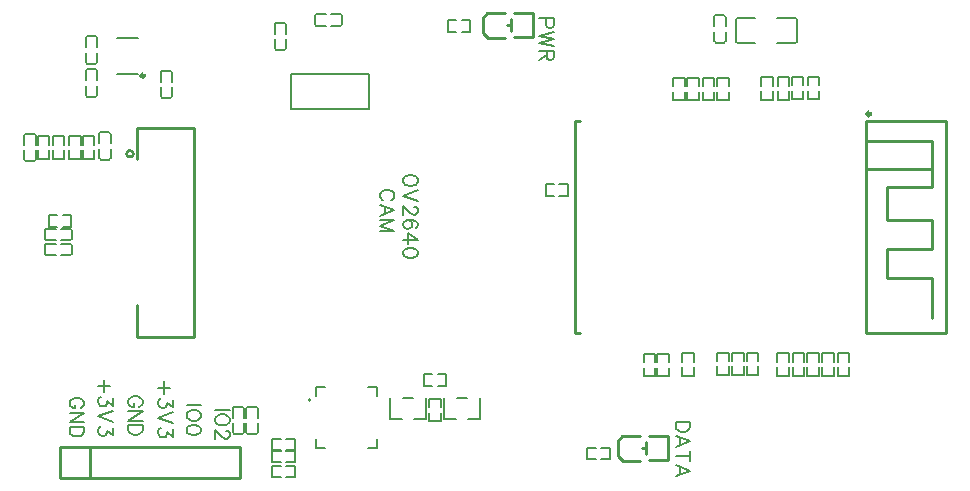
<source format=gto>
G04 Layer: TopSilkscreenLayer*
G04 EasyEDA v6.5.23, 2023-05-27 11:47:03*
G04 dba0e08a7a4f4acbaa45d03accf02bcc,0a61cb7f7b51421fbede6d33e3e5ec82,10*
G04 Gerber Generator version 0.2*
G04 Scale: 100 percent, Rotated: No, Reflected: No *
G04 Dimensions in inches *
G04 leading zeros omitted , absolute positions ,3 integer and 6 decimal *
%FSLAX36Y36*%
%MOIN*%

%ADD10C,0.0080*%
%ADD11C,0.0060*%
%ADD12C,0.0100*%
%ADD13C,0.0118*%
%ADD14C,0.0059*%
%ADD15C,0.0119*%

%LPD*%
D10*
X2210500Y2640000D02*
G01*
X2162700Y2640000D01*
X2210500Y2640000D02*
G01*
X2210500Y2619499D01*
X2208199Y2612700D01*
X2205900Y2610500D01*
X2201400Y2608200D01*
X2194499Y2608200D01*
X2190000Y2610500D01*
X2187700Y2612700D01*
X2185500Y2619499D01*
X2185500Y2640000D01*
X2210500Y2593200D02*
G01*
X2162700Y2581799D01*
X2210500Y2570500D02*
G01*
X2162700Y2581799D01*
X2210500Y2570500D02*
G01*
X2162700Y2559099D01*
X2210500Y2547700D02*
G01*
X2162700Y2559099D01*
X2210500Y2532700D02*
G01*
X2162700Y2532700D01*
X2210500Y2532700D02*
G01*
X2210500Y2512300D01*
X2208199Y2505500D01*
X2205900Y2503200D01*
X2201400Y2500900D01*
X2196800Y2500900D01*
X2192299Y2503200D01*
X2190000Y2505500D01*
X2187700Y2512300D01*
X2187700Y2532700D01*
X2187700Y2516799D02*
G01*
X2162700Y2500900D01*
X2665500Y1295034D02*
G01*
X2617700Y1295034D01*
X2665500Y1295034D02*
G01*
X2665500Y1279135D01*
X2663199Y1272235D01*
X2658599Y1267734D01*
X2654099Y1265435D01*
X2647299Y1263135D01*
X2635900Y1263135D01*
X2629099Y1265435D01*
X2624499Y1267734D01*
X2620000Y1272235D01*
X2617700Y1279135D01*
X2617700Y1295034D01*
X2665500Y1230034D02*
G01*
X2617700Y1248135D01*
X2665500Y1230034D02*
G01*
X2617700Y1211835D01*
X2633599Y1241334D02*
G01*
X2633599Y1218634D01*
X2665500Y1180934D02*
G01*
X2617700Y1180934D01*
X2665500Y1196835D02*
G01*
X2665500Y1165034D01*
X2665500Y1131835D02*
G01*
X2617700Y1150034D01*
X2665500Y1131835D02*
G01*
X2617700Y1113634D01*
X2633599Y1143135D02*
G01*
X2633599Y1120435D01*
X634099Y1340900D02*
G01*
X638600Y1343200D01*
X643200Y1347699D01*
X645500Y1352300D01*
X645500Y1361399D01*
X643200Y1365900D01*
X638600Y1370500D01*
X634099Y1372699D01*
X627300Y1375000D01*
X615900Y1375000D01*
X609099Y1372699D01*
X604499Y1370500D01*
X600000Y1365900D01*
X597699Y1361399D01*
X597699Y1352300D01*
X600000Y1347699D01*
X604499Y1343200D01*
X609099Y1340900D01*
X615900Y1340900D01*
X615900Y1352300D02*
G01*
X615900Y1340900D01*
X645500Y1325900D02*
G01*
X597699Y1325900D01*
X645500Y1325900D02*
G01*
X597699Y1294099D01*
X645500Y1294099D02*
G01*
X597699Y1294099D01*
X645500Y1279099D02*
G01*
X597699Y1279099D01*
X645500Y1279099D02*
G01*
X645500Y1263200D01*
X643200Y1256399D01*
X638600Y1251799D01*
X634099Y1249499D01*
X627300Y1247300D01*
X615900Y1247300D01*
X609099Y1249499D01*
X604499Y1251799D01*
X600000Y1256399D01*
X597699Y1263200D01*
X597699Y1279099D01*
X733600Y1414499D02*
G01*
X692699Y1414499D01*
X713200Y1435000D02*
G01*
X713200Y1394099D01*
X740500Y1374499D02*
G01*
X740500Y1349499D01*
X722300Y1363200D01*
X722300Y1356399D01*
X720000Y1351799D01*
X717699Y1349499D01*
X710900Y1347300D01*
X706399Y1347300D01*
X699499Y1349499D01*
X695000Y1354099D01*
X692699Y1360900D01*
X692699Y1367699D01*
X695000Y1374499D01*
X697300Y1376799D01*
X701799Y1379099D01*
X740500Y1332300D02*
G01*
X692699Y1314099D01*
X740500Y1295900D02*
G01*
X692699Y1314099D01*
X740500Y1276399D02*
G01*
X740500Y1251399D01*
X722300Y1265000D01*
X722300Y1258200D01*
X720000Y1253600D01*
X717699Y1251399D01*
X710900Y1249099D01*
X706399Y1249099D01*
X699499Y1251399D01*
X695000Y1255900D01*
X692699Y1262699D01*
X692699Y1269499D01*
X695000Y1276399D01*
X697300Y1278600D01*
X701799Y1280900D01*
X829099Y1345900D02*
G01*
X833599Y1348200D01*
X838199Y1352699D01*
X840500Y1357300D01*
X840500Y1366399D01*
X838199Y1370900D01*
X833599Y1375500D01*
X829099Y1377699D01*
X822299Y1380000D01*
X810900Y1380000D01*
X804099Y1377699D01*
X799499Y1375500D01*
X795000Y1370900D01*
X792700Y1366399D01*
X792700Y1357300D01*
X795000Y1352699D01*
X799499Y1348200D01*
X804099Y1345900D01*
X810900Y1345900D01*
X810900Y1357300D02*
G01*
X810900Y1345900D01*
X840500Y1330900D02*
G01*
X792700Y1330900D01*
X840500Y1330900D02*
G01*
X792700Y1299099D01*
X840500Y1299099D02*
G01*
X792700Y1299099D01*
X840500Y1284099D02*
G01*
X792700Y1284099D01*
X840500Y1284099D02*
G01*
X840500Y1268200D01*
X838199Y1261399D01*
X833599Y1256799D01*
X829099Y1254499D01*
X822299Y1252300D01*
X810900Y1252300D01*
X804099Y1254499D01*
X799499Y1256799D01*
X795000Y1261399D01*
X792700Y1268200D01*
X792700Y1284099D01*
X933599Y1409499D02*
G01*
X892700Y1409499D01*
X913199Y1430000D02*
G01*
X913199Y1389099D01*
X940500Y1369499D02*
G01*
X940500Y1344499D01*
X922299Y1358200D01*
X922299Y1351399D01*
X920000Y1346799D01*
X917700Y1344499D01*
X910900Y1342300D01*
X906400Y1342300D01*
X899499Y1344499D01*
X895000Y1349099D01*
X892700Y1355900D01*
X892700Y1362699D01*
X895000Y1369499D01*
X897299Y1371799D01*
X901800Y1374099D01*
X940500Y1327300D02*
G01*
X892700Y1309099D01*
X940500Y1290900D02*
G01*
X892700Y1309099D01*
X940500Y1271399D02*
G01*
X940500Y1246399D01*
X922299Y1260000D01*
X922299Y1253200D01*
X920000Y1248600D01*
X917700Y1246399D01*
X910900Y1244099D01*
X906400Y1244099D01*
X899499Y1246399D01*
X895000Y1250900D01*
X892700Y1257699D01*
X892700Y1264499D01*
X895000Y1271399D01*
X897299Y1273600D01*
X901800Y1275900D01*
X1035500Y1350000D02*
G01*
X987700Y1350000D01*
X1035500Y1321399D02*
G01*
X1033199Y1325900D01*
X1028599Y1330500D01*
X1024099Y1332699D01*
X1017299Y1335000D01*
X1005900Y1335000D01*
X999099Y1332699D01*
X994499Y1330500D01*
X990000Y1325900D01*
X987700Y1321399D01*
X987700Y1312300D01*
X990000Y1307699D01*
X994499Y1303200D01*
X999099Y1300900D01*
X1005900Y1298600D01*
X1017299Y1298600D01*
X1024099Y1300900D01*
X1028599Y1303200D01*
X1033199Y1307699D01*
X1035500Y1312300D01*
X1035500Y1321399D01*
X1035500Y1270000D02*
G01*
X1033199Y1276799D01*
X1026400Y1281399D01*
X1015000Y1283600D01*
X1008199Y1283600D01*
X996800Y1281399D01*
X990000Y1276799D01*
X987700Y1270000D01*
X987700Y1265500D01*
X990000Y1258600D01*
X996800Y1254099D01*
X1008199Y1251799D01*
X1015000Y1251799D01*
X1026400Y1254099D01*
X1033199Y1258600D01*
X1035500Y1265500D01*
X1035500Y1270000D01*
X1130500Y1335000D02*
G01*
X1082700Y1335000D01*
X1130500Y1306399D02*
G01*
X1128199Y1310900D01*
X1123599Y1315500D01*
X1119099Y1317699D01*
X1112299Y1320000D01*
X1100900Y1320000D01*
X1094099Y1317699D01*
X1089499Y1315500D01*
X1085000Y1310900D01*
X1082700Y1306399D01*
X1082700Y1297300D01*
X1085000Y1292699D01*
X1089499Y1288200D01*
X1094099Y1285900D01*
X1100900Y1283600D01*
X1112299Y1283600D01*
X1119099Y1285900D01*
X1123599Y1288200D01*
X1128199Y1292699D01*
X1130500Y1297300D01*
X1130500Y1306399D01*
X1119099Y1266399D02*
G01*
X1121400Y1266399D01*
X1125900Y1264099D01*
X1128199Y1261799D01*
X1130500Y1257300D01*
X1130500Y1248200D01*
X1128199Y1243600D01*
X1125900Y1241399D01*
X1121400Y1239099D01*
X1116800Y1239099D01*
X1112299Y1241399D01*
X1105500Y1245900D01*
X1082700Y1268600D01*
X1082700Y1236799D01*
X1757500Y2104400D02*
G01*
X1755200Y2108899D01*
X1750600Y2113499D01*
X1746099Y2115700D01*
X1739300Y2118000D01*
X1727899Y2118000D01*
X1721099Y2115700D01*
X1716499Y2113499D01*
X1711999Y2108899D01*
X1709700Y2104400D01*
X1709700Y2095300D01*
X1711999Y2090700D01*
X1716499Y2086199D01*
X1721099Y2083899D01*
X1727899Y2081599D01*
X1739300Y2081599D01*
X1746099Y2083899D01*
X1750600Y2086199D01*
X1755200Y2090700D01*
X1757500Y2095300D01*
X1757500Y2104400D01*
X1757500Y2066599D02*
G01*
X1709700Y2048499D01*
X1757500Y2030300D02*
G01*
X1709700Y2048499D01*
X1746099Y2013000D02*
G01*
X1748400Y2013000D01*
X1752899Y2010700D01*
X1755200Y2008499D01*
X1757500Y2003899D01*
X1757500Y1994800D01*
X1755200Y1990300D01*
X1752899Y1988000D01*
X1748400Y1985700D01*
X1743800Y1985700D01*
X1739300Y1988000D01*
X1732500Y1992500D01*
X1709700Y2015300D01*
X1709700Y1983499D01*
X1750600Y1941199D02*
G01*
X1755200Y1943499D01*
X1757500Y1950300D01*
X1757500Y1954800D01*
X1755200Y1961599D01*
X1748400Y1966199D01*
X1736999Y1968499D01*
X1725600Y1968499D01*
X1716499Y1966199D01*
X1711999Y1961599D01*
X1709700Y1954800D01*
X1709700Y1952500D01*
X1711999Y1945700D01*
X1716499Y1941199D01*
X1723400Y1938899D01*
X1725600Y1938899D01*
X1732500Y1941199D01*
X1736999Y1945700D01*
X1739300Y1952500D01*
X1739300Y1954800D01*
X1736999Y1961599D01*
X1732500Y1966199D01*
X1725600Y1968499D01*
X1757500Y1901199D02*
G01*
X1725600Y1923899D01*
X1725600Y1889800D01*
X1757500Y1901199D02*
G01*
X1709700Y1901199D01*
X1757500Y1861199D02*
G01*
X1755200Y1868000D01*
X1748400Y1872500D01*
X1736999Y1874800D01*
X1730200Y1874800D01*
X1718800Y1872500D01*
X1711999Y1868000D01*
X1709700Y1861199D01*
X1709700Y1856599D01*
X1711999Y1849800D01*
X1718800Y1845300D01*
X1730200Y1843000D01*
X1736999Y1843000D01*
X1748400Y1845300D01*
X1755200Y1849800D01*
X1757500Y1856599D01*
X1757500Y1861199D01*
X1668100Y2033899D02*
G01*
X1672600Y2036199D01*
X1677200Y2040700D01*
X1679499Y2045300D01*
X1679499Y2054400D01*
X1677200Y2058899D01*
X1672600Y2063499D01*
X1668100Y2065700D01*
X1661300Y2068000D01*
X1649899Y2068000D01*
X1643100Y2065700D01*
X1638500Y2063499D01*
X1633999Y2058899D01*
X1631700Y2054400D01*
X1631700Y2045300D01*
X1633999Y2040700D01*
X1638500Y2036199D01*
X1643100Y2033899D01*
X1679499Y2000700D02*
G01*
X1631700Y2018899D01*
X1679499Y2000700D02*
G01*
X1631700Y1982500D01*
X1647600Y2012100D02*
G01*
X1647600Y1989400D01*
X1679499Y1967500D02*
G01*
X1631700Y1967500D01*
X1679499Y1967500D02*
G01*
X1631700Y1949400D01*
X1679499Y1931199D02*
G01*
X1631700Y1949400D01*
X1679499Y1931199D02*
G01*
X1631700Y1931199D01*
D11*
X2794629Y2396093D02*
G01*
X2794629Y2367824D01*
X2755370Y2367824D01*
X2755370Y2396093D01*
X2794629Y2413906D02*
G01*
X2794629Y2442175D01*
X2755370Y2442175D01*
X2755370Y2413906D01*
X2648630Y2396093D02*
G01*
X2648630Y2367824D01*
X2609369Y2367824D01*
X2609369Y2396093D01*
X2648630Y2413906D02*
G01*
X2648630Y2442175D01*
X2609369Y2442175D01*
X2609369Y2413906D01*
X2746629Y2396093D02*
G01*
X2746629Y2367824D01*
X2707370Y2367824D01*
X2707370Y2396093D01*
X2746629Y2413906D02*
G01*
X2746629Y2442175D01*
X2707370Y2442175D01*
X2707370Y2413906D01*
X2695630Y2396093D02*
G01*
X2695630Y2367824D01*
X2656369Y2367824D01*
X2656369Y2396093D01*
X2695630Y2413906D02*
G01*
X2695630Y2442175D01*
X2656369Y2442175D01*
X2656369Y2413906D01*
D12*
X822178Y2173092D02*
G01*
X822178Y2275453D01*
X1011154Y2275453D01*
X1011154Y1582539D01*
X1011154Y1578881D02*
G01*
X822178Y1578881D01*
X822178Y1684902D01*
X2079449Y2576950D02*
G01*
X2140450Y2576950D01*
X2140450Y2656950D01*
X2079449Y2656950D01*
X2048450Y2575949D02*
G01*
X1990450Y2575949D01*
X1974449Y2591950D01*
X1974449Y2641950D01*
X1989449Y2656950D01*
X2049449Y2656950D01*
X2069873Y2636685D02*
G01*
X2069873Y2597305D01*
X2065940Y2616999D02*
G01*
X2055349Y2616999D01*
X2529449Y1166950D02*
G01*
X2590450Y1166950D01*
X2590450Y1246950D01*
X2529449Y1246950D01*
X2498450Y1165949D02*
G01*
X2440450Y1165949D01*
X2424449Y1181950D01*
X2424449Y1231950D01*
X2439449Y1246950D01*
X2499449Y1246950D01*
X2519874Y1226685D02*
G01*
X2519874Y1187305D01*
X2515940Y1206999D02*
G01*
X2505349Y1206999D01*
D11*
X1886094Y2595369D02*
G01*
X1857825Y2595369D01*
X1857825Y2634630D01*
X1886094Y2634630D01*
X1903905Y2595369D02*
G01*
X1932174Y2595369D01*
X1932174Y2634630D01*
X1903905Y2634630D01*
X2351094Y1170369D02*
G01*
X2322825Y1170369D01*
X2322825Y1209630D01*
X2351094Y1209630D01*
X2368905Y1170369D02*
G01*
X2397174Y1170369D01*
X2397174Y1209630D01*
X2368905Y1209630D01*
X1224629Y1340012D02*
G01*
X1224629Y1308906D01*
X1185370Y1291093D02*
G01*
X1185370Y1259987D01*
X1224629Y1259987D02*
G01*
X1224629Y1291093D01*
X1191369Y1253987D02*
G01*
X1218630Y1253987D01*
X1185370Y1308906D02*
G01*
X1185370Y1340012D01*
X1191369Y1346012D02*
G01*
X1218630Y1346012D01*
X519987Y1939630D02*
G01*
X551093Y1939630D01*
X568906Y1900369D02*
G01*
X600012Y1900369D01*
X600012Y1939630D02*
G01*
X568906Y1939630D01*
X606012Y1906370D02*
G01*
X606012Y1933629D01*
X551093Y1900369D02*
G01*
X519987Y1900369D01*
X513987Y1906370D02*
G01*
X513987Y1933629D01*
X484630Y2250012D02*
G01*
X484630Y2218906D01*
X445369Y2201093D02*
G01*
X445369Y2169987D01*
X484630Y2169987D02*
G01*
X484630Y2201093D01*
X451370Y2163987D02*
G01*
X478629Y2163987D01*
X445369Y2218906D02*
G01*
X445369Y2250012D01*
X451370Y2256012D02*
G01*
X478629Y2256012D01*
X2745370Y2564987D02*
G01*
X2745370Y2596093D01*
X2784629Y2613906D02*
G01*
X2784629Y2645012D01*
X2745370Y2645012D02*
G01*
X2745370Y2613906D01*
X2778630Y2651012D02*
G01*
X2751369Y2651012D01*
X2784629Y2596093D02*
G01*
X2784629Y2564987D01*
X2778630Y2558987D02*
G01*
X2751369Y2558987D01*
X1319629Y2539987D02*
G01*
X1319629Y2571093D01*
X1280370Y2571093D02*
G01*
X1280370Y2539987D01*
X1286369Y2533987D02*
G01*
X1313630Y2533987D01*
X1319629Y2620012D02*
G01*
X1319629Y2588906D01*
X1280370Y2588906D02*
G01*
X1280370Y2620012D01*
X1286369Y2626012D02*
G01*
X1313630Y2626012D01*
X1419988Y2615369D02*
G01*
X1451094Y2615369D01*
X1451094Y2654630D02*
G01*
X1419988Y2654630D01*
X1413987Y2648629D02*
G01*
X1413987Y2621370D01*
X1500011Y2615369D02*
G01*
X1468905Y2615369D01*
X1468905Y2654630D02*
G01*
X1500011Y2654630D01*
X1506012Y2648629D02*
G01*
X1506012Y2621370D01*
X1179629Y1259987D02*
G01*
X1179629Y1291093D01*
X1140370Y1291093D02*
G01*
X1140370Y1259987D01*
X1146369Y1253987D02*
G01*
X1173630Y1253987D01*
X1179629Y1340012D02*
G01*
X1179629Y1308906D01*
X1140370Y1308906D02*
G01*
X1140370Y1340012D01*
X1146369Y1346012D02*
G01*
X1173630Y1346012D01*
X689630Y2384987D02*
G01*
X689630Y2416093D01*
X650369Y2416093D02*
G01*
X650369Y2384987D01*
X656370Y2378987D02*
G01*
X683629Y2378987D01*
X689630Y2465012D02*
G01*
X689630Y2433906D01*
X650369Y2433906D02*
G01*
X650369Y2465012D01*
X656370Y2471012D02*
G01*
X683629Y2471012D01*
X650369Y2575012D02*
G01*
X650369Y2543906D01*
X689630Y2543906D02*
G01*
X689630Y2575012D01*
X683629Y2581012D02*
G01*
X656370Y2581012D01*
X650369Y2494987D02*
G01*
X650369Y2526093D01*
X689630Y2526093D02*
G01*
X689630Y2494987D01*
X683629Y2488987D02*
G01*
X656370Y2488987D01*
X900370Y2460012D02*
G01*
X900370Y2428906D01*
X939629Y2428906D02*
G01*
X939629Y2460012D01*
X933630Y2466012D02*
G01*
X906369Y2466012D01*
X900370Y2379987D02*
G01*
X900370Y2411093D01*
X939629Y2411093D02*
G01*
X939629Y2379987D01*
X933630Y2373987D02*
G01*
X906369Y2373987D01*
X734630Y2174987D02*
G01*
X734630Y2206093D01*
X695369Y2206093D02*
G01*
X695369Y2174987D01*
X701370Y2168987D02*
G01*
X728629Y2168987D01*
X734630Y2255012D02*
G01*
X734630Y2223906D01*
X695369Y2223906D02*
G01*
X695369Y2255012D01*
X701370Y2261012D02*
G01*
X728629Y2261012D01*
X600012Y1889630D02*
G01*
X568906Y1889630D01*
X568906Y1850369D02*
G01*
X600012Y1850369D01*
X606012Y1856370D02*
G01*
X606012Y1883629D01*
X519987Y1889630D02*
G01*
X551093Y1889630D01*
X551093Y1850369D02*
G01*
X519987Y1850369D01*
X513987Y1856370D02*
G01*
X513987Y1883629D01*
X3014929Y2643015D02*
G01*
X2956464Y2643015D01*
X2956464Y2556984D02*
G01*
X3014929Y2556984D01*
X3020928Y2562984D02*
G01*
X3020928Y2637015D01*
X2825070Y2643015D02*
G01*
X2883535Y2643015D01*
X2883535Y2556984D02*
G01*
X2825070Y2556984D01*
X2819071Y2562984D02*
G01*
X2819071Y2637015D01*
D12*
X565787Y1211181D02*
G01*
X1166180Y1211181D01*
X1166180Y1108818D01*
X565787Y1108818D01*
X565787Y1211181D01*
X665925Y1210000D02*
G01*
X665925Y1110000D01*
D11*
X1664520Y1374490D02*
G01*
X1664520Y1305498D01*
X1705528Y1305498D01*
X1785479Y1374490D02*
G01*
X1785479Y1305498D01*
X1744471Y1305498D01*
X1707070Y1374490D02*
G01*
X1742929Y1374490D01*
X1844520Y1374490D02*
G01*
X1844520Y1305498D01*
X1885528Y1305498D01*
X1965479Y1374490D02*
G01*
X1965479Y1305498D01*
X1924471Y1305498D01*
X1887070Y1374490D02*
G01*
X1922929Y1374490D01*
X1318905Y1149630D02*
G01*
X1347174Y1149630D01*
X1347174Y1110369D01*
X1318905Y1110369D01*
X1301094Y1149630D02*
G01*
X1272825Y1149630D01*
X1272825Y1110369D01*
X1301094Y1110369D01*
X1301094Y1200369D02*
G01*
X1272825Y1200369D01*
X1272825Y1239630D01*
X1301094Y1239630D01*
X1318905Y1200369D02*
G01*
X1347174Y1200369D01*
X1347174Y1239630D01*
X1318905Y1239630D01*
X1301094Y1160369D02*
G01*
X1272825Y1160369D01*
X1272825Y1199630D01*
X1301094Y1199630D01*
X1318905Y1160369D02*
G01*
X1347174Y1160369D01*
X1347174Y1199630D01*
X1318905Y1199630D01*
X3055370Y1494906D02*
G01*
X3055370Y1523175D01*
X3094629Y1523175D01*
X3094629Y1494906D01*
X3055370Y1477094D02*
G01*
X3055370Y1448825D01*
X3094629Y1448825D01*
X3094629Y1477094D01*
X3007370Y1494906D02*
G01*
X3007370Y1523175D01*
X3046629Y1523175D01*
X3046629Y1494906D01*
X3007370Y1477094D02*
G01*
X3007370Y1448825D01*
X3046629Y1448825D01*
X3046629Y1477094D01*
X1823905Y1454630D02*
G01*
X1852174Y1454630D01*
X1852174Y1415369D01*
X1823905Y1415369D01*
X1806094Y1454630D02*
G01*
X1777825Y1454630D01*
X1777825Y1415369D01*
X1806094Y1415369D01*
X1835630Y1326093D02*
G01*
X1835630Y1297824D01*
X1796369Y1297824D01*
X1796369Y1326093D01*
X1835630Y1343906D02*
G01*
X1835630Y1372175D01*
X1796369Y1372175D01*
X1796369Y1343906D01*
X2229906Y2087629D02*
G01*
X2258175Y2087629D01*
X2258175Y2048370D01*
X2229906Y2048370D01*
X2212093Y2087629D02*
G01*
X2183824Y2087629D01*
X2183824Y2048370D01*
X2212093Y2048370D01*
X3157370Y1494906D02*
G01*
X3157370Y1523175D01*
X3196629Y1523175D01*
X3196629Y1494906D01*
X3157370Y1477094D02*
G01*
X3157370Y1448825D01*
X3196629Y1448825D01*
X3196629Y1477094D01*
X2638370Y1494906D02*
G01*
X2638370Y1523175D01*
X2677629Y1523175D01*
X2677629Y1494906D01*
X2638370Y1477094D02*
G01*
X2638370Y1448825D01*
X2677629Y1448825D01*
X2677629Y1477094D01*
X3106369Y1495906D02*
G01*
X3106369Y1524175D01*
X3145630Y1524175D01*
X3145630Y1495906D01*
X3106369Y1478094D02*
G01*
X3106369Y1449825D01*
X3145630Y1449825D01*
X3145630Y1478094D01*
X2956369Y1494906D02*
G01*
X2956369Y1523175D01*
X2995630Y1523175D01*
X2995630Y1494906D01*
X2956369Y1477094D02*
G01*
X2956369Y1448825D01*
X2995630Y1448825D01*
X2995630Y1477094D01*
X2755370Y1497905D02*
G01*
X2755370Y1526174D01*
X2794629Y1526174D01*
X2794629Y1497905D01*
X2755370Y1480093D02*
G01*
X2755370Y1451824D01*
X2794629Y1451824D01*
X2794629Y1480093D01*
X3096629Y2399094D02*
G01*
X3096629Y2370825D01*
X3057370Y2370825D01*
X3057370Y2399094D01*
X3096629Y2416905D02*
G01*
X3096629Y2445174D01*
X3057370Y2445174D01*
X3057370Y2416905D01*
X3043630Y2399094D02*
G01*
X3043630Y2370825D01*
X3004369Y2370825D01*
X3004369Y2399094D01*
X3043630Y2416905D02*
G01*
X3043630Y2445174D01*
X3004369Y2445174D01*
X3004369Y2416905D01*
X2996629Y2398094D02*
G01*
X2996629Y2369825D01*
X2957370Y2369825D01*
X2957370Y2398094D01*
X2996629Y2415906D02*
G01*
X2996629Y2444175D01*
X2957370Y2444175D01*
X2957370Y2415906D01*
X2942629Y2397094D02*
G01*
X2942629Y2368825D01*
X2903370Y2368825D01*
X2903370Y2397094D01*
X2942629Y2414906D02*
G01*
X2942629Y2443175D01*
X2903370Y2443175D01*
X2903370Y2414906D01*
X2805370Y1497905D02*
G01*
X2805370Y1526174D01*
X2844629Y1526174D01*
X2844629Y1497905D01*
X2805370Y1480093D02*
G01*
X2805370Y1451824D01*
X2844629Y1451824D01*
X2844629Y1480093D01*
X2854369Y1497905D02*
G01*
X2854369Y1526174D01*
X2893630Y1526174D01*
X2893630Y1497905D01*
X2854369Y1480093D02*
G01*
X2854369Y1451824D01*
X2893630Y1451824D01*
X2893630Y1480093D01*
X556093Y1945369D02*
G01*
X527824Y1945369D01*
X527824Y1984630D01*
X556093Y1984630D01*
X573906Y1945369D02*
G01*
X602175Y1945369D01*
X602175Y1984630D01*
X573906Y1984630D01*
X640369Y2218906D02*
G01*
X640369Y2247175D01*
X679630Y2247175D01*
X679630Y2218906D01*
X640369Y2201093D02*
G01*
X640369Y2172824D01*
X679630Y2172824D01*
X679630Y2201093D01*
X540369Y2218906D02*
G01*
X540369Y2247175D01*
X579630Y2247175D01*
X579630Y2218906D01*
X540369Y2201093D02*
G01*
X540369Y2172824D01*
X579630Y2172824D01*
X579630Y2201093D01*
X595369Y2218906D02*
G01*
X595369Y2247175D01*
X634630Y2247175D01*
X634630Y2218906D01*
X595369Y2201093D02*
G01*
X595369Y2172824D01*
X634630Y2172824D01*
X634630Y2201093D01*
X490369Y2218906D02*
G01*
X490369Y2247175D01*
X529630Y2247175D01*
X529630Y2218906D01*
X490369Y2201093D02*
G01*
X490369Y2172824D01*
X529630Y2172824D01*
X529630Y2201093D01*
X2555370Y1493906D02*
G01*
X2555370Y1522175D01*
X2594629Y1522175D01*
X2594629Y1493906D01*
X2555370Y1476093D02*
G01*
X2555370Y1447824D01*
X2594629Y1447824D01*
X2594629Y1476093D01*
X2510370Y1493906D02*
G01*
X2510370Y1522175D01*
X2549629Y1522175D01*
X2549629Y1493906D01*
X2510370Y1476093D02*
G01*
X2510370Y1447824D01*
X2549629Y1447824D01*
X2549629Y1476093D01*
D12*
X2298154Y1590653D02*
G01*
X2281653Y1590653D01*
X2281653Y2298953D01*
X2281653Y2299353D01*
X2298154Y2299353D01*
X3470654Y2124459D02*
G01*
X3470654Y2137959D01*
X3251822Y2137959D01*
X3251854Y2232552D02*
G01*
X3470654Y2232552D01*
X3470654Y2077653D01*
X3321054Y2077653D01*
X3321054Y1966653D01*
X3470654Y1966653D01*
X3470654Y1872953D01*
X3321054Y1872953D01*
X3321054Y1776152D01*
X3472655Y1776152D01*
X3472655Y1639852D01*
X3251822Y2299330D02*
G01*
X3251822Y1590670D01*
X3251822Y2299330D02*
G01*
X3517917Y2299330D01*
X3517917Y1591064D01*
X3517917Y1590670D02*
G01*
X3251822Y1590670D01*
D11*
X1595952Y2338132D02*
G01*
X1334047Y2338132D01*
X1334047Y2453991D01*
X1595952Y2453991D01*
X1595952Y2338132D01*
X1592066Y1411424D02*
G01*
X1621424Y1411424D01*
X1621424Y1382067D01*
X1592066Y1208575D02*
G01*
X1621424Y1208575D01*
X1621424Y1237932D01*
X1447933Y1411424D02*
G01*
X1418575Y1411424D01*
X1418575Y1382067D01*
X1447933Y1208575D02*
G01*
X1418575Y1208575D01*
X1418575Y1237932D01*
X825007Y2575598D02*
G01*
X754992Y2575598D01*
X825007Y2454402D02*
G01*
X754992Y2454402D01*
G75*
G01*
X1185370Y1259988D02*
G03*
X1191370Y1253988I6000J0D01*
G75*
G01*
X1218630Y1253988D02*
G03*
X1224630Y1259988I0J6000D01*
G75*
G01*
X1185370Y1340012D02*
G02*
X1191370Y1346012I6000J0D01*
G75*
G01*
X1218630Y1346012D02*
G02*
X1224630Y1340012I0J-6000D01*
G75*
G01*
X600012Y1900370D02*
G03*
X606012Y1906370I0J6000D01*
G75*
G01*
X606012Y1933630D02*
G03*
X600012Y1939630I-6000J0D01*
G75*
G01*
X519988Y1900370D02*
G02*
X513988Y1906370I0J6000D01*
G75*
G01*
X513988Y1933630D02*
G02*
X519988Y1939630I6000J0D01*
G75*
G01*
X445370Y2169988D02*
G03*
X451370Y2163988I6000J0D01*
G75*
G01*
X478630Y2163988D02*
G03*
X484630Y2169988I0J6000D01*
G75*
G01*
X445370Y2250012D02*
G02*
X451370Y2256012I6000J0D01*
G75*
G01*
X478630Y2256012D02*
G02*
X484630Y2250012I0J-6000D01*
G75*
G01*
X2784630Y2645012D02*
G03*
X2778630Y2651012I-6000J0D01*
G75*
G01*
X2751370Y2651012D02*
G03*
X2745370Y2645012I0J-6000D01*
G75*
G01*
X2784630Y2564988D02*
G02*
X2778630Y2558988I-6000J0D01*
G75*
G01*
X2751370Y2558988D02*
G02*
X2745370Y2564988I0J6000D01*
G75*
G01*
X1280370Y2539988D02*
G03*
X1286370Y2533988I6000J0D01*
G75*
G01*
X1313630Y2533988D02*
G03*
X1319630Y2539988I0J6000D01*
G75*
G01*
X1280370Y2620012D02*
G02*
X1286370Y2626012I6000J0D01*
G75*
G01*
X1313630Y2626012D02*
G02*
X1319630Y2620012I0J-6000D01*
G75*
G01*
X1419988Y2654630D02*
G03*
X1413988Y2648630I0J-6000D01*
G75*
G01*
X1413988Y2621370D02*
G03*
X1419988Y2615370I6000J0D01*
G75*
G01*
X1500012Y2654630D02*
G02*
X1506012Y2648630I0J-6000D01*
G75*
G01*
X1506012Y2621370D02*
G02*
X1500012Y2615370I-6000J0D01*
G75*
G01*
X1140370Y1259988D02*
G03*
X1146370Y1253988I6000J0D01*
G75*
G01*
X1173630Y1253988D02*
G03*
X1179630Y1259988I0J6000D01*
G75*
G01*
X1140370Y1340012D02*
G02*
X1146370Y1346012I6000J0D01*
G75*
G01*
X1173630Y1346012D02*
G02*
X1179630Y1340012I0J-6000D01*
G75*
G01*
X650370Y2384988D02*
G03*
X656370Y2378988I6000J0D01*
G75*
G01*
X683630Y2378988D02*
G03*
X689630Y2384988I0J6000D01*
G75*
G01*
X650370Y2465012D02*
G02*
X656370Y2471012I6000J0D01*
G75*
G01*
X683630Y2471012D02*
G02*
X689630Y2465012I0J-6000D01*
G75*
G01*
X689630Y2575012D02*
G03*
X683630Y2581012I-6000J0D01*
G75*
G01*
X656370Y2581012D02*
G03*
X650370Y2575012I0J-6000D01*
G75*
G01*
X689630Y2494988D02*
G02*
X683630Y2488988I-6000J0D01*
G75*
G01*
X656370Y2488988D02*
G02*
X650370Y2494988I0J6000D01*
G75*
G01*
X939630Y2460012D02*
G03*
X933630Y2466012I-6000J0D01*
G75*
G01*
X906370Y2466012D02*
G03*
X900370Y2460012I0J-6000D01*
G75*
G01*
X939630Y2379988D02*
G02*
X933630Y2373988I-6000J0D01*
G75*
G01*
X906370Y2373988D02*
G02*
X900370Y2379988I0J6000D01*
G75*
G01*
X695370Y2174988D02*
G03*
X701370Y2168988I6000J0D01*
G75*
G01*
X728630Y2168988D02*
G03*
X734630Y2174988I0J6000D01*
G75*
G01*
X695370Y2255012D02*
G02*
X701370Y2261012I6000J0D01*
G75*
G01*
X728630Y2261012D02*
G02*
X734630Y2255012I0J-6000D01*
G75*
G01*
X600012Y1850370D02*
G03*
X606012Y1856370I0J6000D01*
G75*
G01*
X606012Y1883630D02*
G03*
X600012Y1889630I-6000J0D01*
G75*
G01*
X519988Y1850370D02*
G02*
X513988Y1856370I0J6000D01*
G75*
G01*
X513988Y1883630D02*
G02*
X519988Y1889630I6000J0D01*
G75*
G01*
X3014929Y2556984D02*
G03*
X3020929Y2562984I0J6000D01*
G75*
G01*
X3020929Y2637016D02*
G03*
X3014929Y2643016I-6000J0D01*
G75*
G01*
X2825071Y2556984D02*
G02*
X2819071Y2562984I0J6000D01*
G75*
G01*
X2819071Y2637016D02*
G02*
X2825071Y2643016I6000J0D01*
D12*
G75*
G01
X809700Y2188840D02*
G03X809700Y2188840I-11140J0D01*
D13*
G75*
G01
X3267130Y2321760D02*
G03X3267130Y2321760I-5910J0D01*
D14*
G75*
G01
X1399720Y1369050D02*
G03X1399720Y1369050I-2950J0D01*
D13*
G75*
G01
X847150Y2449320D02*
G03X847150Y2449320I-5910J0D01*
M02*

</source>
